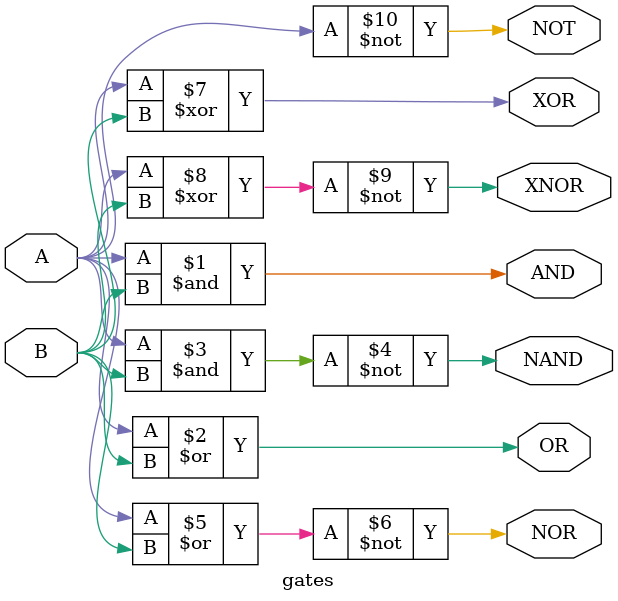
<source format=v>
module gates(A, B, AND, OR, NOT, NAND, NOR, XOR, XNOR);
    
    input A, B;
    output AND, OR, NOT, NAND, NOR, XOR, XNOR;
    and (AND, A, B);
    or (OR, A, B);
    not (NOT, A);
    nand (NAND, A, B);
    nor (NOR, A, B);
    xor(XOR, A, B);
    xnor (XNOR, A, B);   

endmodule



</source>
